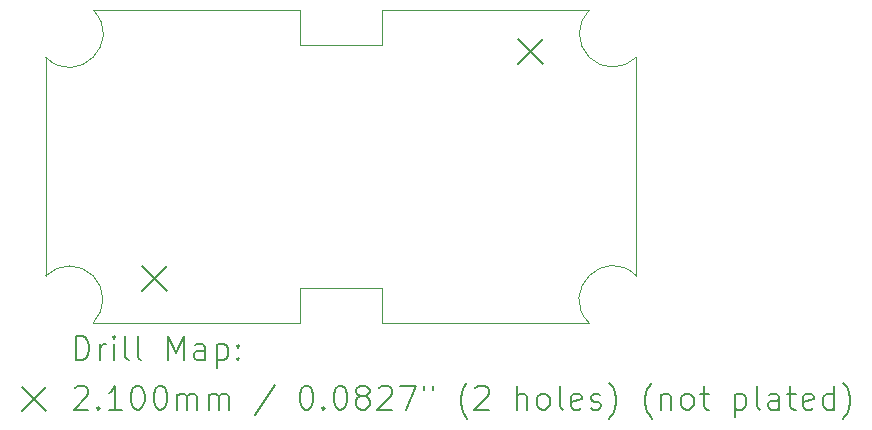
<source format=gbr>
%FSLAX45Y45*%
G04 Gerber Fmt 4.5, Leading zero omitted, Abs format (unit mm)*
G04 Created by KiCad (PCBNEW (6.0.1-0)) date 2022-03-09 23:30:37*
%MOMM*%
%LPD*%
G01*
G04 APERTURE LIST*
%TA.AperFunction,Profile*%
%ADD10C,0.050000*%
%TD*%
%ADD11C,0.200000*%
%ADD12C,0.210000*%
G04 APERTURE END LIST*
D10*
X5000000Y-8400000D02*
X5000000Y-10250000D01*
X7850000Y-8000000D02*
X9600000Y-8000000D01*
X5400000Y-10650000D02*
X7150000Y-10650000D01*
X7850000Y-10650000D02*
X9600000Y-10650000D01*
X7150000Y-10350000D02*
X7850000Y-10350000D01*
X7850000Y-10650000D02*
X7850000Y-10350000D01*
X7150000Y-8300000D02*
X7150000Y-8000000D01*
X7850000Y-8300000D02*
X7850000Y-8000000D01*
X7150000Y-8300000D02*
X7850000Y-8300000D01*
X5400000Y-10650000D02*
G75*
G03*
X5000000Y-10250000I-200000J200000D01*
G01*
X10000000Y-10250000D02*
G75*
G03*
X9600000Y-10650000I-200000J-200000D01*
G01*
X9600000Y-8000000D02*
G75*
G03*
X10000000Y-8400000I200000J-200000D01*
G01*
X7150000Y-10650000D02*
X7150000Y-10350000D01*
X5400000Y-8000000D02*
X7150000Y-8000000D01*
X5000000Y-8400000D02*
G75*
G03*
X5400000Y-8000000I200000J200000D01*
G01*
X10000000Y-8400000D02*
X10000000Y-10250000D01*
D11*
D12*
X5815000Y-10165000D02*
X6025000Y-10375000D01*
X6025000Y-10165000D02*
X5815000Y-10375000D01*
X8995000Y-8245000D02*
X9205000Y-8455000D01*
X9205000Y-8245000D02*
X8995000Y-8455000D01*
D11*
X5255119Y-10962976D02*
X5255119Y-10762976D01*
X5302738Y-10762976D01*
X5331310Y-10772500D01*
X5350357Y-10791548D01*
X5359881Y-10810595D01*
X5369405Y-10848691D01*
X5369405Y-10877262D01*
X5359881Y-10915357D01*
X5350357Y-10934405D01*
X5331310Y-10953453D01*
X5302738Y-10962976D01*
X5255119Y-10962976D01*
X5455119Y-10962976D02*
X5455119Y-10829643D01*
X5455119Y-10867738D02*
X5464643Y-10848691D01*
X5474167Y-10839167D01*
X5493214Y-10829643D01*
X5512262Y-10829643D01*
X5578929Y-10962976D02*
X5578929Y-10829643D01*
X5578929Y-10762976D02*
X5569405Y-10772500D01*
X5578929Y-10782024D01*
X5588452Y-10772500D01*
X5578929Y-10762976D01*
X5578929Y-10782024D01*
X5702738Y-10962976D02*
X5683690Y-10953453D01*
X5674167Y-10934405D01*
X5674167Y-10762976D01*
X5807500Y-10962976D02*
X5788452Y-10953453D01*
X5778928Y-10934405D01*
X5778928Y-10762976D01*
X6036071Y-10962976D02*
X6036071Y-10762976D01*
X6102738Y-10905834D01*
X6169405Y-10762976D01*
X6169405Y-10962976D01*
X6350357Y-10962976D02*
X6350357Y-10858214D01*
X6340833Y-10839167D01*
X6321786Y-10829643D01*
X6283690Y-10829643D01*
X6264643Y-10839167D01*
X6350357Y-10953453D02*
X6331309Y-10962976D01*
X6283690Y-10962976D01*
X6264643Y-10953453D01*
X6255119Y-10934405D01*
X6255119Y-10915357D01*
X6264643Y-10896310D01*
X6283690Y-10886786D01*
X6331309Y-10886786D01*
X6350357Y-10877262D01*
X6445595Y-10829643D02*
X6445595Y-11029643D01*
X6445595Y-10839167D02*
X6464643Y-10829643D01*
X6502738Y-10829643D01*
X6521786Y-10839167D01*
X6531309Y-10848691D01*
X6540833Y-10867738D01*
X6540833Y-10924881D01*
X6531309Y-10943929D01*
X6521786Y-10953453D01*
X6502738Y-10962976D01*
X6464643Y-10962976D01*
X6445595Y-10953453D01*
X6626548Y-10943929D02*
X6636071Y-10953453D01*
X6626548Y-10962976D01*
X6617024Y-10953453D01*
X6626548Y-10943929D01*
X6626548Y-10962976D01*
X6626548Y-10839167D02*
X6636071Y-10848691D01*
X6626548Y-10858214D01*
X6617024Y-10848691D01*
X6626548Y-10839167D01*
X6626548Y-10858214D01*
X4797500Y-11192500D02*
X4997500Y-11392500D01*
X4997500Y-11192500D02*
X4797500Y-11392500D01*
X5245595Y-11202024D02*
X5255119Y-11192500D01*
X5274167Y-11182976D01*
X5321786Y-11182976D01*
X5340833Y-11192500D01*
X5350357Y-11202024D01*
X5359881Y-11221072D01*
X5359881Y-11240119D01*
X5350357Y-11268691D01*
X5236071Y-11382976D01*
X5359881Y-11382976D01*
X5445595Y-11363929D02*
X5455119Y-11373452D01*
X5445595Y-11382976D01*
X5436071Y-11373452D01*
X5445595Y-11363929D01*
X5445595Y-11382976D01*
X5645595Y-11382976D02*
X5531310Y-11382976D01*
X5588452Y-11382976D02*
X5588452Y-11182976D01*
X5569405Y-11211548D01*
X5550357Y-11230595D01*
X5531310Y-11240119D01*
X5769405Y-11182976D02*
X5788452Y-11182976D01*
X5807500Y-11192500D01*
X5817024Y-11202024D01*
X5826548Y-11221072D01*
X5836071Y-11259167D01*
X5836071Y-11306786D01*
X5826548Y-11344881D01*
X5817024Y-11363929D01*
X5807500Y-11373452D01*
X5788452Y-11382976D01*
X5769405Y-11382976D01*
X5750357Y-11373452D01*
X5740833Y-11363929D01*
X5731309Y-11344881D01*
X5721786Y-11306786D01*
X5721786Y-11259167D01*
X5731309Y-11221072D01*
X5740833Y-11202024D01*
X5750357Y-11192500D01*
X5769405Y-11182976D01*
X5959881Y-11182976D02*
X5978928Y-11182976D01*
X5997976Y-11192500D01*
X6007500Y-11202024D01*
X6017024Y-11221072D01*
X6026548Y-11259167D01*
X6026548Y-11306786D01*
X6017024Y-11344881D01*
X6007500Y-11363929D01*
X5997976Y-11373452D01*
X5978928Y-11382976D01*
X5959881Y-11382976D01*
X5940833Y-11373452D01*
X5931309Y-11363929D01*
X5921786Y-11344881D01*
X5912262Y-11306786D01*
X5912262Y-11259167D01*
X5921786Y-11221072D01*
X5931309Y-11202024D01*
X5940833Y-11192500D01*
X5959881Y-11182976D01*
X6112262Y-11382976D02*
X6112262Y-11249643D01*
X6112262Y-11268691D02*
X6121786Y-11259167D01*
X6140833Y-11249643D01*
X6169405Y-11249643D01*
X6188452Y-11259167D01*
X6197976Y-11278214D01*
X6197976Y-11382976D01*
X6197976Y-11278214D02*
X6207500Y-11259167D01*
X6226548Y-11249643D01*
X6255119Y-11249643D01*
X6274167Y-11259167D01*
X6283690Y-11278214D01*
X6283690Y-11382976D01*
X6378928Y-11382976D02*
X6378928Y-11249643D01*
X6378928Y-11268691D02*
X6388452Y-11259167D01*
X6407500Y-11249643D01*
X6436071Y-11249643D01*
X6455119Y-11259167D01*
X6464643Y-11278214D01*
X6464643Y-11382976D01*
X6464643Y-11278214D02*
X6474167Y-11259167D01*
X6493214Y-11249643D01*
X6521786Y-11249643D01*
X6540833Y-11259167D01*
X6550357Y-11278214D01*
X6550357Y-11382976D01*
X6940833Y-11173453D02*
X6769405Y-11430595D01*
X7197976Y-11182976D02*
X7217024Y-11182976D01*
X7236071Y-11192500D01*
X7245595Y-11202024D01*
X7255119Y-11221072D01*
X7264643Y-11259167D01*
X7264643Y-11306786D01*
X7255119Y-11344881D01*
X7245595Y-11363929D01*
X7236071Y-11373452D01*
X7217024Y-11382976D01*
X7197976Y-11382976D01*
X7178928Y-11373452D01*
X7169405Y-11363929D01*
X7159881Y-11344881D01*
X7150357Y-11306786D01*
X7150357Y-11259167D01*
X7159881Y-11221072D01*
X7169405Y-11202024D01*
X7178928Y-11192500D01*
X7197976Y-11182976D01*
X7350357Y-11363929D02*
X7359881Y-11373452D01*
X7350357Y-11382976D01*
X7340833Y-11373452D01*
X7350357Y-11363929D01*
X7350357Y-11382976D01*
X7483690Y-11182976D02*
X7502738Y-11182976D01*
X7521786Y-11192500D01*
X7531309Y-11202024D01*
X7540833Y-11221072D01*
X7550357Y-11259167D01*
X7550357Y-11306786D01*
X7540833Y-11344881D01*
X7531309Y-11363929D01*
X7521786Y-11373452D01*
X7502738Y-11382976D01*
X7483690Y-11382976D01*
X7464643Y-11373452D01*
X7455119Y-11363929D01*
X7445595Y-11344881D01*
X7436071Y-11306786D01*
X7436071Y-11259167D01*
X7445595Y-11221072D01*
X7455119Y-11202024D01*
X7464643Y-11192500D01*
X7483690Y-11182976D01*
X7664643Y-11268691D02*
X7645595Y-11259167D01*
X7636071Y-11249643D01*
X7626548Y-11230595D01*
X7626548Y-11221072D01*
X7636071Y-11202024D01*
X7645595Y-11192500D01*
X7664643Y-11182976D01*
X7702738Y-11182976D01*
X7721786Y-11192500D01*
X7731309Y-11202024D01*
X7740833Y-11221072D01*
X7740833Y-11230595D01*
X7731309Y-11249643D01*
X7721786Y-11259167D01*
X7702738Y-11268691D01*
X7664643Y-11268691D01*
X7645595Y-11278214D01*
X7636071Y-11287738D01*
X7626548Y-11306786D01*
X7626548Y-11344881D01*
X7636071Y-11363929D01*
X7645595Y-11373452D01*
X7664643Y-11382976D01*
X7702738Y-11382976D01*
X7721786Y-11373452D01*
X7731309Y-11363929D01*
X7740833Y-11344881D01*
X7740833Y-11306786D01*
X7731309Y-11287738D01*
X7721786Y-11278214D01*
X7702738Y-11268691D01*
X7817024Y-11202024D02*
X7826548Y-11192500D01*
X7845595Y-11182976D01*
X7893214Y-11182976D01*
X7912262Y-11192500D01*
X7921786Y-11202024D01*
X7931309Y-11221072D01*
X7931309Y-11240119D01*
X7921786Y-11268691D01*
X7807500Y-11382976D01*
X7931309Y-11382976D01*
X7997976Y-11182976D02*
X8131309Y-11182976D01*
X8045595Y-11382976D01*
X8197976Y-11182976D02*
X8197976Y-11221072D01*
X8274167Y-11182976D02*
X8274167Y-11221072D01*
X8569405Y-11459167D02*
X8559881Y-11449643D01*
X8540833Y-11421072D01*
X8531310Y-11402024D01*
X8521786Y-11373452D01*
X8512262Y-11325833D01*
X8512262Y-11287738D01*
X8521786Y-11240119D01*
X8531310Y-11211548D01*
X8540833Y-11192500D01*
X8559881Y-11163929D01*
X8569405Y-11154405D01*
X8636071Y-11202024D02*
X8645595Y-11192500D01*
X8664643Y-11182976D01*
X8712262Y-11182976D01*
X8731310Y-11192500D01*
X8740833Y-11202024D01*
X8750357Y-11221072D01*
X8750357Y-11240119D01*
X8740833Y-11268691D01*
X8626548Y-11382976D01*
X8750357Y-11382976D01*
X8988452Y-11382976D02*
X8988452Y-11182976D01*
X9074167Y-11382976D02*
X9074167Y-11278214D01*
X9064643Y-11259167D01*
X9045595Y-11249643D01*
X9017024Y-11249643D01*
X8997976Y-11259167D01*
X8988452Y-11268691D01*
X9197976Y-11382976D02*
X9178929Y-11373452D01*
X9169405Y-11363929D01*
X9159881Y-11344881D01*
X9159881Y-11287738D01*
X9169405Y-11268691D01*
X9178929Y-11259167D01*
X9197976Y-11249643D01*
X9226548Y-11249643D01*
X9245595Y-11259167D01*
X9255119Y-11268691D01*
X9264643Y-11287738D01*
X9264643Y-11344881D01*
X9255119Y-11363929D01*
X9245595Y-11373452D01*
X9226548Y-11382976D01*
X9197976Y-11382976D01*
X9378929Y-11382976D02*
X9359881Y-11373452D01*
X9350357Y-11354405D01*
X9350357Y-11182976D01*
X9531310Y-11373452D02*
X9512262Y-11382976D01*
X9474167Y-11382976D01*
X9455119Y-11373452D01*
X9445595Y-11354405D01*
X9445595Y-11278214D01*
X9455119Y-11259167D01*
X9474167Y-11249643D01*
X9512262Y-11249643D01*
X9531310Y-11259167D01*
X9540833Y-11278214D01*
X9540833Y-11297262D01*
X9445595Y-11316310D01*
X9617024Y-11373452D02*
X9636071Y-11382976D01*
X9674167Y-11382976D01*
X9693214Y-11373452D01*
X9702738Y-11354405D01*
X9702738Y-11344881D01*
X9693214Y-11325833D01*
X9674167Y-11316310D01*
X9645595Y-11316310D01*
X9626548Y-11306786D01*
X9617024Y-11287738D01*
X9617024Y-11278214D01*
X9626548Y-11259167D01*
X9645595Y-11249643D01*
X9674167Y-11249643D01*
X9693214Y-11259167D01*
X9769405Y-11459167D02*
X9778929Y-11449643D01*
X9797976Y-11421072D01*
X9807500Y-11402024D01*
X9817024Y-11373452D01*
X9826548Y-11325833D01*
X9826548Y-11287738D01*
X9817024Y-11240119D01*
X9807500Y-11211548D01*
X9797976Y-11192500D01*
X9778929Y-11163929D01*
X9769405Y-11154405D01*
X10131310Y-11459167D02*
X10121786Y-11449643D01*
X10102738Y-11421072D01*
X10093214Y-11402024D01*
X10083690Y-11373452D01*
X10074167Y-11325833D01*
X10074167Y-11287738D01*
X10083690Y-11240119D01*
X10093214Y-11211548D01*
X10102738Y-11192500D01*
X10121786Y-11163929D01*
X10131310Y-11154405D01*
X10207500Y-11249643D02*
X10207500Y-11382976D01*
X10207500Y-11268691D02*
X10217024Y-11259167D01*
X10236071Y-11249643D01*
X10264643Y-11249643D01*
X10283690Y-11259167D01*
X10293214Y-11278214D01*
X10293214Y-11382976D01*
X10417024Y-11382976D02*
X10397976Y-11373452D01*
X10388452Y-11363929D01*
X10378929Y-11344881D01*
X10378929Y-11287738D01*
X10388452Y-11268691D01*
X10397976Y-11259167D01*
X10417024Y-11249643D01*
X10445595Y-11249643D01*
X10464643Y-11259167D01*
X10474167Y-11268691D01*
X10483690Y-11287738D01*
X10483690Y-11344881D01*
X10474167Y-11363929D01*
X10464643Y-11373452D01*
X10445595Y-11382976D01*
X10417024Y-11382976D01*
X10540833Y-11249643D02*
X10617024Y-11249643D01*
X10569405Y-11182976D02*
X10569405Y-11354405D01*
X10578929Y-11373452D01*
X10597976Y-11382976D01*
X10617024Y-11382976D01*
X10836071Y-11249643D02*
X10836071Y-11449643D01*
X10836071Y-11259167D02*
X10855119Y-11249643D01*
X10893214Y-11249643D01*
X10912262Y-11259167D01*
X10921786Y-11268691D01*
X10931310Y-11287738D01*
X10931310Y-11344881D01*
X10921786Y-11363929D01*
X10912262Y-11373452D01*
X10893214Y-11382976D01*
X10855119Y-11382976D01*
X10836071Y-11373452D01*
X11045595Y-11382976D02*
X11026548Y-11373452D01*
X11017024Y-11354405D01*
X11017024Y-11182976D01*
X11207500Y-11382976D02*
X11207500Y-11278214D01*
X11197976Y-11259167D01*
X11178929Y-11249643D01*
X11140833Y-11249643D01*
X11121786Y-11259167D01*
X11207500Y-11373452D02*
X11188452Y-11382976D01*
X11140833Y-11382976D01*
X11121786Y-11373452D01*
X11112262Y-11354405D01*
X11112262Y-11335357D01*
X11121786Y-11316310D01*
X11140833Y-11306786D01*
X11188452Y-11306786D01*
X11207500Y-11297262D01*
X11274167Y-11249643D02*
X11350357Y-11249643D01*
X11302738Y-11182976D02*
X11302738Y-11354405D01*
X11312262Y-11373452D01*
X11331309Y-11382976D01*
X11350357Y-11382976D01*
X11493214Y-11373452D02*
X11474167Y-11382976D01*
X11436071Y-11382976D01*
X11417024Y-11373452D01*
X11407500Y-11354405D01*
X11407500Y-11278214D01*
X11417024Y-11259167D01*
X11436071Y-11249643D01*
X11474167Y-11249643D01*
X11493214Y-11259167D01*
X11502738Y-11278214D01*
X11502738Y-11297262D01*
X11407500Y-11316310D01*
X11674167Y-11382976D02*
X11674167Y-11182976D01*
X11674167Y-11373452D02*
X11655119Y-11382976D01*
X11617024Y-11382976D01*
X11597976Y-11373452D01*
X11588452Y-11363929D01*
X11578928Y-11344881D01*
X11578928Y-11287738D01*
X11588452Y-11268691D01*
X11597976Y-11259167D01*
X11617024Y-11249643D01*
X11655119Y-11249643D01*
X11674167Y-11259167D01*
X11750357Y-11459167D02*
X11759881Y-11449643D01*
X11778928Y-11421072D01*
X11788452Y-11402024D01*
X11797976Y-11373452D01*
X11807500Y-11325833D01*
X11807500Y-11287738D01*
X11797976Y-11240119D01*
X11788452Y-11211548D01*
X11778928Y-11192500D01*
X11759881Y-11163929D01*
X11750357Y-11154405D01*
M02*

</source>
